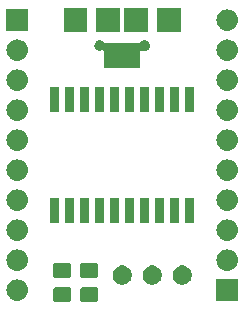
<source format=gbr>
G04 #@! TF.GenerationSoftware,KiCad,Pcbnew,5.0.2-bee76a0~70~ubuntu16.04.1*
G04 #@! TF.CreationDate,2019-07-30T14:23:51+02:00*
G04 #@! TF.ProjectId,hw-BOB-ATSAMD11D,68772d42-4f42-42d4-9154-53414d443131,rev?*
G04 #@! TF.SameCoordinates,Original*
G04 #@! TF.FileFunction,Soldermask,Top*
G04 #@! TF.FilePolarity,Negative*
%FSLAX46Y46*%
G04 Gerber Fmt 4.6, Leading zero omitted, Abs format (unit mm)*
G04 Created by KiCad (PCBNEW 5.0.2-bee76a0~70~ubuntu16.04.1) date Tue 30 Jul 2019 02:23:51 PM CEST*
%MOMM*%
%LPD*%
G01*
G04 APERTURE LIST*
%ADD10C,0.100000*%
G04 APERTURE END LIST*
D10*
G36*
X118444677Y-65808465D02*
X118482364Y-65819898D01*
X118517103Y-65838466D01*
X118547548Y-65863452D01*
X118572534Y-65893897D01*
X118591102Y-65928636D01*
X118602535Y-65966323D01*
X118607000Y-66011661D01*
X118607000Y-66848339D01*
X118602535Y-66893677D01*
X118591102Y-66931364D01*
X118572534Y-66966103D01*
X118547548Y-66996548D01*
X118517103Y-67021534D01*
X118482364Y-67040102D01*
X118444677Y-67051535D01*
X118399339Y-67056000D01*
X117312661Y-67056000D01*
X117267323Y-67051535D01*
X117229636Y-67040102D01*
X117194897Y-67021534D01*
X117164452Y-66996548D01*
X117139466Y-66966103D01*
X117120898Y-66931364D01*
X117109465Y-66893677D01*
X117105000Y-66848339D01*
X117105000Y-66011661D01*
X117109465Y-65966323D01*
X117120898Y-65928636D01*
X117139466Y-65893897D01*
X117164452Y-65863452D01*
X117194897Y-65838466D01*
X117229636Y-65819898D01*
X117267323Y-65808465D01*
X117312661Y-65804000D01*
X118399339Y-65804000D01*
X118444677Y-65808465D01*
X118444677Y-65808465D01*
G37*
G36*
X116158677Y-65808465D02*
X116196364Y-65819898D01*
X116231103Y-65838466D01*
X116261548Y-65863452D01*
X116286534Y-65893897D01*
X116305102Y-65928636D01*
X116316535Y-65966323D01*
X116321000Y-66011661D01*
X116321000Y-66848339D01*
X116316535Y-66893677D01*
X116305102Y-66931364D01*
X116286534Y-66966103D01*
X116261548Y-66996548D01*
X116231103Y-67021534D01*
X116196364Y-67040102D01*
X116158677Y-67051535D01*
X116113339Y-67056000D01*
X115026661Y-67056000D01*
X114981323Y-67051535D01*
X114943636Y-67040102D01*
X114908897Y-67021534D01*
X114878452Y-66996548D01*
X114853466Y-66966103D01*
X114834898Y-66931364D01*
X114823465Y-66893677D01*
X114819000Y-66848339D01*
X114819000Y-66011661D01*
X114823465Y-65966323D01*
X114834898Y-65928636D01*
X114853466Y-65893897D01*
X114878452Y-65863452D01*
X114908897Y-65838466D01*
X114943636Y-65819898D01*
X114981323Y-65808465D01*
X115026661Y-65804000D01*
X116113339Y-65804000D01*
X116158677Y-65808465D01*
X116158677Y-65808465D01*
G37*
G36*
X130441000Y-66941000D02*
X128639000Y-66941000D01*
X128639000Y-65139000D01*
X130441000Y-65139000D01*
X130441000Y-66941000D01*
X130441000Y-66941000D01*
G37*
G36*
X111870442Y-65145518D02*
X111936627Y-65152037D01*
X112049853Y-65186384D01*
X112106467Y-65203557D01*
X112245087Y-65277652D01*
X112262991Y-65287222D01*
X112264253Y-65288258D01*
X112400186Y-65399814D01*
X112474584Y-65490470D01*
X112512778Y-65537009D01*
X112512779Y-65537011D01*
X112596443Y-65693533D01*
X112596443Y-65693534D01*
X112647963Y-65863373D01*
X112665359Y-66040000D01*
X112647963Y-66216627D01*
X112613616Y-66329853D01*
X112596443Y-66386467D01*
X112522348Y-66525087D01*
X112512778Y-66542991D01*
X112483448Y-66578729D01*
X112400186Y-66680186D01*
X112298729Y-66763448D01*
X112262991Y-66792778D01*
X112262989Y-66792779D01*
X112106467Y-66876443D01*
X112068424Y-66887983D01*
X111936627Y-66927963D01*
X111870442Y-66934482D01*
X111804260Y-66941000D01*
X111715740Y-66941000D01*
X111649558Y-66934482D01*
X111583373Y-66927963D01*
X111451576Y-66887983D01*
X111413533Y-66876443D01*
X111257011Y-66792779D01*
X111257009Y-66792778D01*
X111221271Y-66763448D01*
X111119814Y-66680186D01*
X111036552Y-66578729D01*
X111007222Y-66542991D01*
X110997652Y-66525087D01*
X110923557Y-66386467D01*
X110906384Y-66329853D01*
X110872037Y-66216627D01*
X110854641Y-66040000D01*
X110872037Y-65863373D01*
X110923557Y-65693534D01*
X110923557Y-65693533D01*
X111007221Y-65537011D01*
X111007222Y-65537009D01*
X111045416Y-65490470D01*
X111119814Y-65399814D01*
X111255747Y-65288258D01*
X111257009Y-65287222D01*
X111274913Y-65277652D01*
X111413533Y-65203557D01*
X111470147Y-65186384D01*
X111583373Y-65152037D01*
X111649558Y-65145518D01*
X111715740Y-65139000D01*
X111804260Y-65139000D01*
X111870442Y-65145518D01*
X111870442Y-65145518D01*
G37*
G36*
X125967142Y-63988242D02*
X126115102Y-64049530D01*
X126182130Y-64094317D01*
X126248257Y-64138501D01*
X126361499Y-64251743D01*
X126362191Y-64252779D01*
X126450470Y-64384898D01*
X126511758Y-64532858D01*
X126543000Y-64689925D01*
X126543000Y-64850075D01*
X126511758Y-65007142D01*
X126464354Y-65121583D01*
X126450471Y-65155100D01*
X126362191Y-65287222D01*
X126361498Y-65288258D01*
X126248258Y-65401498D01*
X126115102Y-65490470D01*
X125967142Y-65551758D01*
X125810075Y-65583000D01*
X125649925Y-65583000D01*
X125492858Y-65551758D01*
X125344898Y-65490470D01*
X125211742Y-65401498D01*
X125098502Y-65288258D01*
X125097810Y-65287222D01*
X125009529Y-65155100D01*
X124995646Y-65121583D01*
X124948242Y-65007142D01*
X124917000Y-64850075D01*
X124917000Y-64689925D01*
X124948242Y-64532858D01*
X125009530Y-64384898D01*
X125097809Y-64252779D01*
X125098501Y-64251743D01*
X125211743Y-64138501D01*
X125277870Y-64094317D01*
X125344898Y-64049530D01*
X125492858Y-63988242D01*
X125649925Y-63957000D01*
X125810075Y-63957000D01*
X125967142Y-63988242D01*
X125967142Y-63988242D01*
G37*
G36*
X123427142Y-63988242D02*
X123575102Y-64049530D01*
X123642130Y-64094317D01*
X123708257Y-64138501D01*
X123821499Y-64251743D01*
X123822191Y-64252779D01*
X123910470Y-64384898D01*
X123971758Y-64532858D01*
X124003000Y-64689925D01*
X124003000Y-64850075D01*
X123971758Y-65007142D01*
X123924354Y-65121583D01*
X123910471Y-65155100D01*
X123822191Y-65287222D01*
X123821498Y-65288258D01*
X123708258Y-65401498D01*
X123575102Y-65490470D01*
X123427142Y-65551758D01*
X123270075Y-65583000D01*
X123109925Y-65583000D01*
X122952858Y-65551758D01*
X122804898Y-65490470D01*
X122671742Y-65401498D01*
X122558502Y-65288258D01*
X122557810Y-65287222D01*
X122469529Y-65155100D01*
X122455646Y-65121583D01*
X122408242Y-65007142D01*
X122377000Y-64850075D01*
X122377000Y-64689925D01*
X122408242Y-64532858D01*
X122469530Y-64384898D01*
X122557809Y-64252779D01*
X122558501Y-64251743D01*
X122671743Y-64138501D01*
X122737870Y-64094317D01*
X122804898Y-64049530D01*
X122952858Y-63988242D01*
X123109925Y-63957000D01*
X123270075Y-63957000D01*
X123427142Y-63988242D01*
X123427142Y-63988242D01*
G37*
G36*
X120887142Y-63988242D02*
X121035102Y-64049530D01*
X121102130Y-64094317D01*
X121168257Y-64138501D01*
X121281499Y-64251743D01*
X121282191Y-64252779D01*
X121370470Y-64384898D01*
X121431758Y-64532858D01*
X121463000Y-64689925D01*
X121463000Y-64850075D01*
X121431758Y-65007142D01*
X121384354Y-65121583D01*
X121370471Y-65155100D01*
X121282191Y-65287222D01*
X121281498Y-65288258D01*
X121168258Y-65401498D01*
X121035102Y-65490470D01*
X120887142Y-65551758D01*
X120730075Y-65583000D01*
X120569925Y-65583000D01*
X120412858Y-65551758D01*
X120264898Y-65490470D01*
X120131742Y-65401498D01*
X120018502Y-65288258D01*
X120017810Y-65287222D01*
X119929529Y-65155100D01*
X119915646Y-65121583D01*
X119868242Y-65007142D01*
X119837000Y-64850075D01*
X119837000Y-64689925D01*
X119868242Y-64532858D01*
X119929530Y-64384898D01*
X120017809Y-64252779D01*
X120018501Y-64251743D01*
X120131743Y-64138501D01*
X120197870Y-64094317D01*
X120264898Y-64049530D01*
X120412858Y-63988242D01*
X120569925Y-63957000D01*
X120730075Y-63957000D01*
X120887142Y-63988242D01*
X120887142Y-63988242D01*
G37*
G36*
X116158677Y-63758465D02*
X116196364Y-63769898D01*
X116231103Y-63788466D01*
X116261548Y-63813452D01*
X116286534Y-63843897D01*
X116305102Y-63878636D01*
X116316535Y-63916323D01*
X116321000Y-63961661D01*
X116321000Y-64798339D01*
X116316535Y-64843677D01*
X116305102Y-64881364D01*
X116286534Y-64916103D01*
X116261548Y-64946548D01*
X116231103Y-64971534D01*
X116196364Y-64990102D01*
X116158677Y-65001535D01*
X116113339Y-65006000D01*
X115026661Y-65006000D01*
X114981323Y-65001535D01*
X114943636Y-64990102D01*
X114908897Y-64971534D01*
X114878452Y-64946548D01*
X114853466Y-64916103D01*
X114834898Y-64881364D01*
X114823465Y-64843677D01*
X114819000Y-64798339D01*
X114819000Y-63961661D01*
X114823465Y-63916323D01*
X114834898Y-63878636D01*
X114853466Y-63843897D01*
X114878452Y-63813452D01*
X114908897Y-63788466D01*
X114943636Y-63769898D01*
X114981323Y-63758465D01*
X115026661Y-63754000D01*
X116113339Y-63754000D01*
X116158677Y-63758465D01*
X116158677Y-63758465D01*
G37*
G36*
X118444677Y-63758465D02*
X118482364Y-63769898D01*
X118517103Y-63788466D01*
X118547548Y-63813452D01*
X118572534Y-63843897D01*
X118591102Y-63878636D01*
X118602535Y-63916323D01*
X118607000Y-63961661D01*
X118607000Y-64798339D01*
X118602535Y-64843677D01*
X118591102Y-64881364D01*
X118572534Y-64916103D01*
X118547548Y-64946548D01*
X118517103Y-64971534D01*
X118482364Y-64990102D01*
X118444677Y-65001535D01*
X118399339Y-65006000D01*
X117312661Y-65006000D01*
X117267323Y-65001535D01*
X117229636Y-64990102D01*
X117194897Y-64971534D01*
X117164452Y-64946548D01*
X117139466Y-64916103D01*
X117120898Y-64881364D01*
X117109465Y-64843677D01*
X117105000Y-64798339D01*
X117105000Y-63961661D01*
X117109465Y-63916323D01*
X117120898Y-63878636D01*
X117139466Y-63843897D01*
X117164452Y-63813452D01*
X117194897Y-63788466D01*
X117229636Y-63769898D01*
X117267323Y-63758465D01*
X117312661Y-63754000D01*
X118399339Y-63754000D01*
X118444677Y-63758465D01*
X118444677Y-63758465D01*
G37*
G36*
X129650442Y-62605518D02*
X129716627Y-62612037D01*
X129829853Y-62646384D01*
X129886467Y-62663557D01*
X130025087Y-62737652D01*
X130042991Y-62747222D01*
X130078729Y-62776552D01*
X130180186Y-62859814D01*
X130263448Y-62961271D01*
X130292778Y-62997009D01*
X130292779Y-62997011D01*
X130376443Y-63153533D01*
X130376443Y-63153534D01*
X130427963Y-63323373D01*
X130445359Y-63500000D01*
X130427963Y-63676627D01*
X130398207Y-63774718D01*
X130376443Y-63846467D01*
X130336060Y-63922017D01*
X130292778Y-64002991D01*
X130273753Y-64026173D01*
X130180186Y-64140186D01*
X130078729Y-64223448D01*
X130042991Y-64252778D01*
X130042989Y-64252779D01*
X129886467Y-64336443D01*
X129829853Y-64353616D01*
X129716627Y-64387963D01*
X129650442Y-64394482D01*
X129584260Y-64401000D01*
X129495740Y-64401000D01*
X129429558Y-64394482D01*
X129363373Y-64387963D01*
X129250147Y-64353616D01*
X129193533Y-64336443D01*
X129037011Y-64252779D01*
X129037009Y-64252778D01*
X129001271Y-64223448D01*
X128899814Y-64140186D01*
X128806247Y-64026173D01*
X128787222Y-64002991D01*
X128743940Y-63922017D01*
X128703557Y-63846467D01*
X128681793Y-63774718D01*
X128652037Y-63676627D01*
X128634641Y-63500000D01*
X128652037Y-63323373D01*
X128703557Y-63153534D01*
X128703557Y-63153533D01*
X128787221Y-62997011D01*
X128787222Y-62997009D01*
X128816552Y-62961271D01*
X128899814Y-62859814D01*
X129001271Y-62776552D01*
X129037009Y-62747222D01*
X129054913Y-62737652D01*
X129193533Y-62663557D01*
X129250147Y-62646384D01*
X129363373Y-62612037D01*
X129429558Y-62605518D01*
X129495740Y-62599000D01*
X129584260Y-62599000D01*
X129650442Y-62605518D01*
X129650442Y-62605518D01*
G37*
G36*
X111870442Y-62605518D02*
X111936627Y-62612037D01*
X112049853Y-62646384D01*
X112106467Y-62663557D01*
X112245087Y-62737652D01*
X112262991Y-62747222D01*
X112298729Y-62776552D01*
X112400186Y-62859814D01*
X112483448Y-62961271D01*
X112512778Y-62997009D01*
X112512779Y-62997011D01*
X112596443Y-63153533D01*
X112596443Y-63153534D01*
X112647963Y-63323373D01*
X112665359Y-63500000D01*
X112647963Y-63676627D01*
X112618207Y-63774718D01*
X112596443Y-63846467D01*
X112556060Y-63922017D01*
X112512778Y-64002991D01*
X112493753Y-64026173D01*
X112400186Y-64140186D01*
X112298729Y-64223448D01*
X112262991Y-64252778D01*
X112262989Y-64252779D01*
X112106467Y-64336443D01*
X112049853Y-64353616D01*
X111936627Y-64387963D01*
X111870442Y-64394482D01*
X111804260Y-64401000D01*
X111715740Y-64401000D01*
X111649558Y-64394482D01*
X111583373Y-64387963D01*
X111470147Y-64353616D01*
X111413533Y-64336443D01*
X111257011Y-64252779D01*
X111257009Y-64252778D01*
X111221271Y-64223448D01*
X111119814Y-64140186D01*
X111026247Y-64026173D01*
X111007222Y-64002991D01*
X110963940Y-63922017D01*
X110923557Y-63846467D01*
X110901793Y-63774718D01*
X110872037Y-63676627D01*
X110854641Y-63500000D01*
X110872037Y-63323373D01*
X110923557Y-63153534D01*
X110923557Y-63153533D01*
X111007221Y-62997011D01*
X111007222Y-62997009D01*
X111036552Y-62961271D01*
X111119814Y-62859814D01*
X111221271Y-62776552D01*
X111257009Y-62747222D01*
X111274913Y-62737652D01*
X111413533Y-62663557D01*
X111470147Y-62646384D01*
X111583373Y-62612037D01*
X111649558Y-62605518D01*
X111715740Y-62599000D01*
X111804260Y-62599000D01*
X111870442Y-62605518D01*
X111870442Y-62605518D01*
G37*
G36*
X111870442Y-60065518D02*
X111936627Y-60072037D01*
X112049853Y-60106384D01*
X112106467Y-60123557D01*
X112245087Y-60197652D01*
X112262991Y-60207222D01*
X112298729Y-60236552D01*
X112400186Y-60319814D01*
X112483448Y-60421271D01*
X112512778Y-60457009D01*
X112512779Y-60457011D01*
X112596443Y-60613533D01*
X112596443Y-60613534D01*
X112647963Y-60783373D01*
X112665359Y-60960000D01*
X112647963Y-61136627D01*
X112613616Y-61249853D01*
X112596443Y-61306467D01*
X112522348Y-61445087D01*
X112512778Y-61462991D01*
X112483448Y-61498729D01*
X112400186Y-61600186D01*
X112298729Y-61683448D01*
X112262991Y-61712778D01*
X112262989Y-61712779D01*
X112106467Y-61796443D01*
X112049853Y-61813616D01*
X111936627Y-61847963D01*
X111870443Y-61854481D01*
X111804260Y-61861000D01*
X111715740Y-61861000D01*
X111649557Y-61854481D01*
X111583373Y-61847963D01*
X111470147Y-61813616D01*
X111413533Y-61796443D01*
X111257011Y-61712779D01*
X111257009Y-61712778D01*
X111221271Y-61683448D01*
X111119814Y-61600186D01*
X111036552Y-61498729D01*
X111007222Y-61462991D01*
X110997652Y-61445087D01*
X110923557Y-61306467D01*
X110906384Y-61249853D01*
X110872037Y-61136627D01*
X110854641Y-60960000D01*
X110872037Y-60783373D01*
X110923557Y-60613534D01*
X110923557Y-60613533D01*
X111007221Y-60457011D01*
X111007222Y-60457009D01*
X111036552Y-60421271D01*
X111119814Y-60319814D01*
X111221271Y-60236552D01*
X111257009Y-60207222D01*
X111274913Y-60197652D01*
X111413533Y-60123557D01*
X111470147Y-60106384D01*
X111583373Y-60072037D01*
X111649558Y-60065518D01*
X111715740Y-60059000D01*
X111804260Y-60059000D01*
X111870442Y-60065518D01*
X111870442Y-60065518D01*
G37*
G36*
X129650442Y-60065518D02*
X129716627Y-60072037D01*
X129829853Y-60106384D01*
X129886467Y-60123557D01*
X130025087Y-60197652D01*
X130042991Y-60207222D01*
X130078729Y-60236552D01*
X130180186Y-60319814D01*
X130263448Y-60421271D01*
X130292778Y-60457009D01*
X130292779Y-60457011D01*
X130376443Y-60613533D01*
X130376443Y-60613534D01*
X130427963Y-60783373D01*
X130445359Y-60960000D01*
X130427963Y-61136627D01*
X130393616Y-61249853D01*
X130376443Y-61306467D01*
X130302348Y-61445087D01*
X130292778Y-61462991D01*
X130263448Y-61498729D01*
X130180186Y-61600186D01*
X130078729Y-61683448D01*
X130042991Y-61712778D01*
X130042989Y-61712779D01*
X129886467Y-61796443D01*
X129829853Y-61813616D01*
X129716627Y-61847963D01*
X129650443Y-61854481D01*
X129584260Y-61861000D01*
X129495740Y-61861000D01*
X129429557Y-61854481D01*
X129363373Y-61847963D01*
X129250147Y-61813616D01*
X129193533Y-61796443D01*
X129037011Y-61712779D01*
X129037009Y-61712778D01*
X129001271Y-61683448D01*
X128899814Y-61600186D01*
X128816552Y-61498729D01*
X128787222Y-61462991D01*
X128777652Y-61445087D01*
X128703557Y-61306467D01*
X128686384Y-61249853D01*
X128652037Y-61136627D01*
X128634641Y-60960000D01*
X128652037Y-60783373D01*
X128703557Y-60613534D01*
X128703557Y-60613533D01*
X128787221Y-60457011D01*
X128787222Y-60457009D01*
X128816552Y-60421271D01*
X128899814Y-60319814D01*
X129001271Y-60236552D01*
X129037009Y-60207222D01*
X129054913Y-60197652D01*
X129193533Y-60123557D01*
X129250147Y-60106384D01*
X129363373Y-60072037D01*
X129429558Y-60065518D01*
X129495740Y-60059000D01*
X129584260Y-60059000D01*
X129650442Y-60065518D01*
X129650442Y-60065518D01*
G37*
G36*
X122906000Y-60336000D02*
X122204000Y-60336000D01*
X122204000Y-58284000D01*
X122906000Y-58284000D01*
X122906000Y-60336000D01*
X122906000Y-60336000D01*
G37*
G36*
X126716000Y-60336000D02*
X126014000Y-60336000D01*
X126014000Y-58284000D01*
X126716000Y-58284000D01*
X126716000Y-60336000D01*
X126716000Y-60336000D01*
G37*
G36*
X115286000Y-60336000D02*
X114584000Y-60336000D01*
X114584000Y-58284000D01*
X115286000Y-58284000D01*
X115286000Y-60336000D01*
X115286000Y-60336000D01*
G37*
G36*
X116556000Y-60336000D02*
X115854000Y-60336000D01*
X115854000Y-58284000D01*
X116556000Y-58284000D01*
X116556000Y-60336000D01*
X116556000Y-60336000D01*
G37*
G36*
X117826000Y-60336000D02*
X117124000Y-60336000D01*
X117124000Y-58284000D01*
X117826000Y-58284000D01*
X117826000Y-60336000D01*
X117826000Y-60336000D01*
G37*
G36*
X119096000Y-60336000D02*
X118394000Y-60336000D01*
X118394000Y-58284000D01*
X119096000Y-58284000D01*
X119096000Y-60336000D01*
X119096000Y-60336000D01*
G37*
G36*
X120366000Y-60336000D02*
X119664000Y-60336000D01*
X119664000Y-58284000D01*
X120366000Y-58284000D01*
X120366000Y-60336000D01*
X120366000Y-60336000D01*
G37*
G36*
X121636000Y-60336000D02*
X120934000Y-60336000D01*
X120934000Y-58284000D01*
X121636000Y-58284000D01*
X121636000Y-60336000D01*
X121636000Y-60336000D01*
G37*
G36*
X124176000Y-60336000D02*
X123474000Y-60336000D01*
X123474000Y-58284000D01*
X124176000Y-58284000D01*
X124176000Y-60336000D01*
X124176000Y-60336000D01*
G37*
G36*
X125446000Y-60336000D02*
X124744000Y-60336000D01*
X124744000Y-58284000D01*
X125446000Y-58284000D01*
X125446000Y-60336000D01*
X125446000Y-60336000D01*
G37*
G36*
X111870443Y-57525519D02*
X111936627Y-57532037D01*
X112049853Y-57566384D01*
X112106467Y-57583557D01*
X112245087Y-57657652D01*
X112262991Y-57667222D01*
X112298729Y-57696552D01*
X112400186Y-57779814D01*
X112483448Y-57881271D01*
X112512778Y-57917009D01*
X112512779Y-57917011D01*
X112596443Y-58073533D01*
X112596443Y-58073534D01*
X112647963Y-58243373D01*
X112665359Y-58420000D01*
X112647963Y-58596627D01*
X112613616Y-58709853D01*
X112596443Y-58766467D01*
X112522348Y-58905087D01*
X112512778Y-58922991D01*
X112483448Y-58958729D01*
X112400186Y-59060186D01*
X112298729Y-59143448D01*
X112262991Y-59172778D01*
X112262989Y-59172779D01*
X112106467Y-59256443D01*
X112049853Y-59273616D01*
X111936627Y-59307963D01*
X111870442Y-59314482D01*
X111804260Y-59321000D01*
X111715740Y-59321000D01*
X111649558Y-59314482D01*
X111583373Y-59307963D01*
X111470147Y-59273616D01*
X111413533Y-59256443D01*
X111257011Y-59172779D01*
X111257009Y-59172778D01*
X111221271Y-59143448D01*
X111119814Y-59060186D01*
X111036552Y-58958729D01*
X111007222Y-58922991D01*
X110997652Y-58905087D01*
X110923557Y-58766467D01*
X110906384Y-58709853D01*
X110872037Y-58596627D01*
X110854641Y-58420000D01*
X110872037Y-58243373D01*
X110923557Y-58073534D01*
X110923557Y-58073533D01*
X111007221Y-57917011D01*
X111007222Y-57917009D01*
X111036552Y-57881271D01*
X111119814Y-57779814D01*
X111221271Y-57696552D01*
X111257009Y-57667222D01*
X111274913Y-57657652D01*
X111413533Y-57583557D01*
X111470147Y-57566384D01*
X111583373Y-57532037D01*
X111649557Y-57525519D01*
X111715740Y-57519000D01*
X111804260Y-57519000D01*
X111870443Y-57525519D01*
X111870443Y-57525519D01*
G37*
G36*
X129650443Y-57525519D02*
X129716627Y-57532037D01*
X129829853Y-57566384D01*
X129886467Y-57583557D01*
X130025087Y-57657652D01*
X130042991Y-57667222D01*
X130078729Y-57696552D01*
X130180186Y-57779814D01*
X130263448Y-57881271D01*
X130292778Y-57917009D01*
X130292779Y-57917011D01*
X130376443Y-58073533D01*
X130376443Y-58073534D01*
X130427963Y-58243373D01*
X130445359Y-58420000D01*
X130427963Y-58596627D01*
X130393616Y-58709853D01*
X130376443Y-58766467D01*
X130302348Y-58905087D01*
X130292778Y-58922991D01*
X130263448Y-58958729D01*
X130180186Y-59060186D01*
X130078729Y-59143448D01*
X130042991Y-59172778D01*
X130042989Y-59172779D01*
X129886467Y-59256443D01*
X129829853Y-59273616D01*
X129716627Y-59307963D01*
X129650442Y-59314482D01*
X129584260Y-59321000D01*
X129495740Y-59321000D01*
X129429558Y-59314482D01*
X129363373Y-59307963D01*
X129250147Y-59273616D01*
X129193533Y-59256443D01*
X129037011Y-59172779D01*
X129037009Y-59172778D01*
X129001271Y-59143448D01*
X128899814Y-59060186D01*
X128816552Y-58958729D01*
X128787222Y-58922991D01*
X128777652Y-58905087D01*
X128703557Y-58766467D01*
X128686384Y-58709853D01*
X128652037Y-58596627D01*
X128634641Y-58420000D01*
X128652037Y-58243373D01*
X128703557Y-58073534D01*
X128703557Y-58073533D01*
X128787221Y-57917011D01*
X128787222Y-57917009D01*
X128816552Y-57881271D01*
X128899814Y-57779814D01*
X129001271Y-57696552D01*
X129037009Y-57667222D01*
X129054913Y-57657652D01*
X129193533Y-57583557D01*
X129250147Y-57566384D01*
X129363373Y-57532037D01*
X129429557Y-57525519D01*
X129495740Y-57519000D01*
X129584260Y-57519000D01*
X129650443Y-57525519D01*
X129650443Y-57525519D01*
G37*
G36*
X129650443Y-54985519D02*
X129716627Y-54992037D01*
X129829853Y-55026384D01*
X129886467Y-55043557D01*
X130025087Y-55117652D01*
X130042991Y-55127222D01*
X130078729Y-55156552D01*
X130180186Y-55239814D01*
X130263448Y-55341271D01*
X130292778Y-55377009D01*
X130292779Y-55377011D01*
X130376443Y-55533533D01*
X130376443Y-55533534D01*
X130427963Y-55703373D01*
X130445359Y-55880000D01*
X130427963Y-56056627D01*
X130393616Y-56169853D01*
X130376443Y-56226467D01*
X130302348Y-56365087D01*
X130292778Y-56382991D01*
X130263448Y-56418729D01*
X130180186Y-56520186D01*
X130078729Y-56603448D01*
X130042991Y-56632778D01*
X130042989Y-56632779D01*
X129886467Y-56716443D01*
X129829853Y-56733616D01*
X129716627Y-56767963D01*
X129650443Y-56774481D01*
X129584260Y-56781000D01*
X129495740Y-56781000D01*
X129429557Y-56774481D01*
X129363373Y-56767963D01*
X129250147Y-56733616D01*
X129193533Y-56716443D01*
X129037011Y-56632779D01*
X129037009Y-56632778D01*
X129001271Y-56603448D01*
X128899814Y-56520186D01*
X128816552Y-56418729D01*
X128787222Y-56382991D01*
X128777652Y-56365087D01*
X128703557Y-56226467D01*
X128686384Y-56169853D01*
X128652037Y-56056627D01*
X128634641Y-55880000D01*
X128652037Y-55703373D01*
X128703557Y-55533534D01*
X128703557Y-55533533D01*
X128787221Y-55377011D01*
X128787222Y-55377009D01*
X128816552Y-55341271D01*
X128899814Y-55239814D01*
X129001271Y-55156552D01*
X129037009Y-55127222D01*
X129054913Y-55117652D01*
X129193533Y-55043557D01*
X129250147Y-55026384D01*
X129363373Y-54992037D01*
X129429557Y-54985519D01*
X129495740Y-54979000D01*
X129584260Y-54979000D01*
X129650443Y-54985519D01*
X129650443Y-54985519D01*
G37*
G36*
X111870443Y-54985519D02*
X111936627Y-54992037D01*
X112049853Y-55026384D01*
X112106467Y-55043557D01*
X112245087Y-55117652D01*
X112262991Y-55127222D01*
X112298729Y-55156552D01*
X112400186Y-55239814D01*
X112483448Y-55341271D01*
X112512778Y-55377009D01*
X112512779Y-55377011D01*
X112596443Y-55533533D01*
X112596443Y-55533534D01*
X112647963Y-55703373D01*
X112665359Y-55880000D01*
X112647963Y-56056627D01*
X112613616Y-56169853D01*
X112596443Y-56226467D01*
X112522348Y-56365087D01*
X112512778Y-56382991D01*
X112483448Y-56418729D01*
X112400186Y-56520186D01*
X112298729Y-56603448D01*
X112262991Y-56632778D01*
X112262989Y-56632779D01*
X112106467Y-56716443D01*
X112049853Y-56733616D01*
X111936627Y-56767963D01*
X111870443Y-56774481D01*
X111804260Y-56781000D01*
X111715740Y-56781000D01*
X111649557Y-56774481D01*
X111583373Y-56767963D01*
X111470147Y-56733616D01*
X111413533Y-56716443D01*
X111257011Y-56632779D01*
X111257009Y-56632778D01*
X111221271Y-56603448D01*
X111119814Y-56520186D01*
X111036552Y-56418729D01*
X111007222Y-56382991D01*
X110997652Y-56365087D01*
X110923557Y-56226467D01*
X110906384Y-56169853D01*
X110872037Y-56056627D01*
X110854641Y-55880000D01*
X110872037Y-55703373D01*
X110923557Y-55533534D01*
X110923557Y-55533533D01*
X111007221Y-55377011D01*
X111007222Y-55377009D01*
X111036552Y-55341271D01*
X111119814Y-55239814D01*
X111221271Y-55156552D01*
X111257009Y-55127222D01*
X111274913Y-55117652D01*
X111413533Y-55043557D01*
X111470147Y-55026384D01*
X111583373Y-54992037D01*
X111649557Y-54985519D01*
X111715740Y-54979000D01*
X111804260Y-54979000D01*
X111870443Y-54985519D01*
X111870443Y-54985519D01*
G37*
G36*
X129650443Y-52445519D02*
X129716627Y-52452037D01*
X129829853Y-52486384D01*
X129886467Y-52503557D01*
X130025087Y-52577652D01*
X130042991Y-52587222D01*
X130078729Y-52616552D01*
X130180186Y-52699814D01*
X130263448Y-52801271D01*
X130292778Y-52837009D01*
X130292779Y-52837011D01*
X130376443Y-52993533D01*
X130376443Y-52993534D01*
X130427963Y-53163373D01*
X130445359Y-53340000D01*
X130427963Y-53516627D01*
X130393616Y-53629853D01*
X130376443Y-53686467D01*
X130302348Y-53825087D01*
X130292778Y-53842991D01*
X130263448Y-53878729D01*
X130180186Y-53980186D01*
X130078729Y-54063448D01*
X130042991Y-54092778D01*
X130042989Y-54092779D01*
X129886467Y-54176443D01*
X129829853Y-54193616D01*
X129716627Y-54227963D01*
X129650442Y-54234482D01*
X129584260Y-54241000D01*
X129495740Y-54241000D01*
X129429558Y-54234482D01*
X129363373Y-54227963D01*
X129250147Y-54193616D01*
X129193533Y-54176443D01*
X129037011Y-54092779D01*
X129037009Y-54092778D01*
X129001271Y-54063448D01*
X128899814Y-53980186D01*
X128816552Y-53878729D01*
X128787222Y-53842991D01*
X128777652Y-53825087D01*
X128703557Y-53686467D01*
X128686384Y-53629853D01*
X128652037Y-53516627D01*
X128634641Y-53340000D01*
X128652037Y-53163373D01*
X128703557Y-52993534D01*
X128703557Y-52993533D01*
X128787221Y-52837011D01*
X128787222Y-52837009D01*
X128816552Y-52801271D01*
X128899814Y-52699814D01*
X129001271Y-52616552D01*
X129037009Y-52587222D01*
X129054913Y-52577652D01*
X129193533Y-52503557D01*
X129250147Y-52486384D01*
X129363373Y-52452037D01*
X129429558Y-52445518D01*
X129495740Y-52439000D01*
X129584260Y-52439000D01*
X129650443Y-52445519D01*
X129650443Y-52445519D01*
G37*
G36*
X111870443Y-52445519D02*
X111936627Y-52452037D01*
X112049853Y-52486384D01*
X112106467Y-52503557D01*
X112245087Y-52577652D01*
X112262991Y-52587222D01*
X112298729Y-52616552D01*
X112400186Y-52699814D01*
X112483448Y-52801271D01*
X112512778Y-52837009D01*
X112512779Y-52837011D01*
X112596443Y-52993533D01*
X112596443Y-52993534D01*
X112647963Y-53163373D01*
X112665359Y-53340000D01*
X112647963Y-53516627D01*
X112613616Y-53629853D01*
X112596443Y-53686467D01*
X112522348Y-53825087D01*
X112512778Y-53842991D01*
X112483448Y-53878729D01*
X112400186Y-53980186D01*
X112298729Y-54063448D01*
X112262991Y-54092778D01*
X112262989Y-54092779D01*
X112106467Y-54176443D01*
X112049853Y-54193616D01*
X111936627Y-54227963D01*
X111870442Y-54234482D01*
X111804260Y-54241000D01*
X111715740Y-54241000D01*
X111649558Y-54234482D01*
X111583373Y-54227963D01*
X111470147Y-54193616D01*
X111413533Y-54176443D01*
X111257011Y-54092779D01*
X111257009Y-54092778D01*
X111221271Y-54063448D01*
X111119814Y-53980186D01*
X111036552Y-53878729D01*
X111007222Y-53842991D01*
X110997652Y-53825087D01*
X110923557Y-53686467D01*
X110906384Y-53629853D01*
X110872037Y-53516627D01*
X110854641Y-53340000D01*
X110872037Y-53163373D01*
X110923557Y-52993534D01*
X110923557Y-52993533D01*
X111007221Y-52837011D01*
X111007222Y-52837009D01*
X111036552Y-52801271D01*
X111119814Y-52699814D01*
X111221271Y-52616552D01*
X111257009Y-52587222D01*
X111274913Y-52577652D01*
X111413533Y-52503557D01*
X111470147Y-52486384D01*
X111583373Y-52452037D01*
X111649558Y-52445518D01*
X111715740Y-52439000D01*
X111804260Y-52439000D01*
X111870443Y-52445519D01*
X111870443Y-52445519D01*
G37*
G36*
X111870442Y-49905518D02*
X111936627Y-49912037D01*
X112049853Y-49946384D01*
X112106467Y-49963557D01*
X112245087Y-50037652D01*
X112262991Y-50047222D01*
X112298729Y-50076552D01*
X112400186Y-50159814D01*
X112483448Y-50261271D01*
X112512778Y-50297009D01*
X112512779Y-50297011D01*
X112596443Y-50453533D01*
X112596443Y-50453534D01*
X112647963Y-50623373D01*
X112665359Y-50800000D01*
X112647963Y-50976627D01*
X112613616Y-51089853D01*
X112596443Y-51146467D01*
X112522348Y-51285087D01*
X112512778Y-51302991D01*
X112483448Y-51338729D01*
X112400186Y-51440186D01*
X112298729Y-51523448D01*
X112262991Y-51552778D01*
X112262989Y-51552779D01*
X112106467Y-51636443D01*
X112049853Y-51653616D01*
X111936627Y-51687963D01*
X111870442Y-51694482D01*
X111804260Y-51701000D01*
X111715740Y-51701000D01*
X111649558Y-51694482D01*
X111583373Y-51687963D01*
X111470147Y-51653616D01*
X111413533Y-51636443D01*
X111257011Y-51552779D01*
X111257009Y-51552778D01*
X111221271Y-51523448D01*
X111119814Y-51440186D01*
X111036552Y-51338729D01*
X111007222Y-51302991D01*
X110997652Y-51285087D01*
X110923557Y-51146467D01*
X110906384Y-51089853D01*
X110872037Y-50976627D01*
X110854641Y-50800000D01*
X110872037Y-50623373D01*
X110923557Y-50453534D01*
X110923557Y-50453533D01*
X111007221Y-50297011D01*
X111007222Y-50297009D01*
X111036552Y-50261271D01*
X111119814Y-50159814D01*
X111221271Y-50076552D01*
X111257009Y-50047222D01*
X111274913Y-50037652D01*
X111413533Y-49963557D01*
X111470147Y-49946384D01*
X111583373Y-49912037D01*
X111649557Y-49905519D01*
X111715740Y-49899000D01*
X111804260Y-49899000D01*
X111870442Y-49905518D01*
X111870442Y-49905518D01*
G37*
G36*
X129650442Y-49905518D02*
X129716627Y-49912037D01*
X129829853Y-49946384D01*
X129886467Y-49963557D01*
X130025087Y-50037652D01*
X130042991Y-50047222D01*
X130078729Y-50076552D01*
X130180186Y-50159814D01*
X130263448Y-50261271D01*
X130292778Y-50297009D01*
X130292779Y-50297011D01*
X130376443Y-50453533D01*
X130376443Y-50453534D01*
X130427963Y-50623373D01*
X130445359Y-50800000D01*
X130427963Y-50976627D01*
X130393616Y-51089853D01*
X130376443Y-51146467D01*
X130302348Y-51285087D01*
X130292778Y-51302991D01*
X130263448Y-51338729D01*
X130180186Y-51440186D01*
X130078729Y-51523448D01*
X130042991Y-51552778D01*
X130042989Y-51552779D01*
X129886467Y-51636443D01*
X129829853Y-51653616D01*
X129716627Y-51687963D01*
X129650442Y-51694482D01*
X129584260Y-51701000D01*
X129495740Y-51701000D01*
X129429558Y-51694482D01*
X129363373Y-51687963D01*
X129250147Y-51653616D01*
X129193533Y-51636443D01*
X129037011Y-51552779D01*
X129037009Y-51552778D01*
X129001271Y-51523448D01*
X128899814Y-51440186D01*
X128816552Y-51338729D01*
X128787222Y-51302991D01*
X128777652Y-51285087D01*
X128703557Y-51146467D01*
X128686384Y-51089853D01*
X128652037Y-50976627D01*
X128634641Y-50800000D01*
X128652037Y-50623373D01*
X128703557Y-50453534D01*
X128703557Y-50453533D01*
X128787221Y-50297011D01*
X128787222Y-50297009D01*
X128816552Y-50261271D01*
X128899814Y-50159814D01*
X129001271Y-50076552D01*
X129037009Y-50047222D01*
X129054913Y-50037652D01*
X129193533Y-49963557D01*
X129250147Y-49946384D01*
X129363373Y-49912037D01*
X129429557Y-49905519D01*
X129495740Y-49899000D01*
X129584260Y-49899000D01*
X129650442Y-49905518D01*
X129650442Y-49905518D01*
G37*
G36*
X121636000Y-50936000D02*
X120934000Y-50936000D01*
X120934000Y-48884000D01*
X121636000Y-48884000D01*
X121636000Y-50936000D01*
X121636000Y-50936000D01*
G37*
G36*
X120366000Y-50936000D02*
X119664000Y-50936000D01*
X119664000Y-48884000D01*
X120366000Y-48884000D01*
X120366000Y-50936000D01*
X120366000Y-50936000D01*
G37*
G36*
X119096000Y-50936000D02*
X118394000Y-50936000D01*
X118394000Y-48884000D01*
X119096000Y-48884000D01*
X119096000Y-50936000D01*
X119096000Y-50936000D01*
G37*
G36*
X117826000Y-50936000D02*
X117124000Y-50936000D01*
X117124000Y-48884000D01*
X117826000Y-48884000D01*
X117826000Y-50936000D01*
X117826000Y-50936000D01*
G37*
G36*
X116556000Y-50936000D02*
X115854000Y-50936000D01*
X115854000Y-48884000D01*
X116556000Y-48884000D01*
X116556000Y-50936000D01*
X116556000Y-50936000D01*
G37*
G36*
X115286000Y-50936000D02*
X114584000Y-50936000D01*
X114584000Y-48884000D01*
X115286000Y-48884000D01*
X115286000Y-50936000D01*
X115286000Y-50936000D01*
G37*
G36*
X122906000Y-50936000D02*
X122204000Y-50936000D01*
X122204000Y-48884000D01*
X122906000Y-48884000D01*
X122906000Y-50936000D01*
X122906000Y-50936000D01*
G37*
G36*
X124176000Y-50936000D02*
X123474000Y-50936000D01*
X123474000Y-48884000D01*
X124176000Y-48884000D01*
X124176000Y-50936000D01*
X124176000Y-50936000D01*
G37*
G36*
X126716000Y-50936000D02*
X126014000Y-50936000D01*
X126014000Y-48884000D01*
X126716000Y-48884000D01*
X126716000Y-50936000D01*
X126716000Y-50936000D01*
G37*
G36*
X125446000Y-50936000D02*
X124744000Y-50936000D01*
X124744000Y-48884000D01*
X125446000Y-48884000D01*
X125446000Y-50936000D01*
X125446000Y-50936000D01*
G37*
G36*
X111870443Y-47365519D02*
X111936627Y-47372037D01*
X112049853Y-47406384D01*
X112106467Y-47423557D01*
X112245087Y-47497652D01*
X112262991Y-47507222D01*
X112298729Y-47536552D01*
X112400186Y-47619814D01*
X112483448Y-47721271D01*
X112512778Y-47757009D01*
X112512779Y-47757011D01*
X112596443Y-47913533D01*
X112596443Y-47913534D01*
X112647963Y-48083373D01*
X112665359Y-48260000D01*
X112647963Y-48436627D01*
X112613616Y-48549853D01*
X112596443Y-48606467D01*
X112522348Y-48745087D01*
X112512778Y-48762991D01*
X112483448Y-48798729D01*
X112400186Y-48900186D01*
X112298729Y-48983448D01*
X112262991Y-49012778D01*
X112262989Y-49012779D01*
X112106467Y-49096443D01*
X112049853Y-49113616D01*
X111936627Y-49147963D01*
X111870443Y-49154481D01*
X111804260Y-49161000D01*
X111715740Y-49161000D01*
X111649557Y-49154481D01*
X111583373Y-49147963D01*
X111470147Y-49113616D01*
X111413533Y-49096443D01*
X111257011Y-49012779D01*
X111257009Y-49012778D01*
X111221271Y-48983448D01*
X111119814Y-48900186D01*
X111036552Y-48798729D01*
X111007222Y-48762991D01*
X110997652Y-48745087D01*
X110923557Y-48606467D01*
X110906384Y-48549853D01*
X110872037Y-48436627D01*
X110854641Y-48260000D01*
X110872037Y-48083373D01*
X110923557Y-47913534D01*
X110923557Y-47913533D01*
X111007221Y-47757011D01*
X111007222Y-47757009D01*
X111036552Y-47721271D01*
X111119814Y-47619814D01*
X111221271Y-47536552D01*
X111257009Y-47507222D01*
X111274913Y-47497652D01*
X111413533Y-47423557D01*
X111470147Y-47406384D01*
X111583373Y-47372037D01*
X111649557Y-47365519D01*
X111715740Y-47359000D01*
X111804260Y-47359000D01*
X111870443Y-47365519D01*
X111870443Y-47365519D01*
G37*
G36*
X129650443Y-47365519D02*
X129716627Y-47372037D01*
X129829853Y-47406384D01*
X129886467Y-47423557D01*
X130025087Y-47497652D01*
X130042991Y-47507222D01*
X130078729Y-47536552D01*
X130180186Y-47619814D01*
X130263448Y-47721271D01*
X130292778Y-47757009D01*
X130292779Y-47757011D01*
X130376443Y-47913533D01*
X130376443Y-47913534D01*
X130427963Y-48083373D01*
X130445359Y-48260000D01*
X130427963Y-48436627D01*
X130393616Y-48549853D01*
X130376443Y-48606467D01*
X130302348Y-48745087D01*
X130292778Y-48762991D01*
X130263448Y-48798729D01*
X130180186Y-48900186D01*
X130078729Y-48983448D01*
X130042991Y-49012778D01*
X130042989Y-49012779D01*
X129886467Y-49096443D01*
X129829853Y-49113616D01*
X129716627Y-49147963D01*
X129650443Y-49154481D01*
X129584260Y-49161000D01*
X129495740Y-49161000D01*
X129429557Y-49154481D01*
X129363373Y-49147963D01*
X129250147Y-49113616D01*
X129193533Y-49096443D01*
X129037011Y-49012779D01*
X129037009Y-49012778D01*
X129001271Y-48983448D01*
X128899814Y-48900186D01*
X128816552Y-48798729D01*
X128787222Y-48762991D01*
X128777652Y-48745087D01*
X128703557Y-48606467D01*
X128686384Y-48549853D01*
X128652037Y-48436627D01*
X128634641Y-48260000D01*
X128652037Y-48083373D01*
X128703557Y-47913534D01*
X128703557Y-47913533D01*
X128787221Y-47757011D01*
X128787222Y-47757009D01*
X128816552Y-47721271D01*
X128899814Y-47619814D01*
X129001271Y-47536552D01*
X129037009Y-47507222D01*
X129054913Y-47497652D01*
X129193533Y-47423557D01*
X129250147Y-47406384D01*
X129363373Y-47372037D01*
X129429557Y-47365519D01*
X129495740Y-47359000D01*
X129584260Y-47359000D01*
X129650443Y-47365519D01*
X129650443Y-47365519D01*
G37*
G36*
X118883816Y-44893805D02*
X118965671Y-44927710D01*
X119038843Y-44976602D01*
X119039341Y-44976935D01*
X119101985Y-45039579D01*
X119124614Y-45073446D01*
X119140159Y-45092388D01*
X119159101Y-45107933D01*
X119180712Y-45119485D01*
X119204161Y-45126598D01*
X119228548Y-45129000D01*
X122075689Y-45129000D01*
X122100075Y-45126598D01*
X122123524Y-45119485D01*
X122145135Y-45107934D01*
X122164077Y-45092388D01*
X122179623Y-45073446D01*
X122200555Y-45042119D01*
X122263199Y-44979475D01*
X122281537Y-44967222D01*
X122336869Y-44930250D01*
X122418724Y-44896345D01*
X122505621Y-44879060D01*
X122594219Y-44879060D01*
X122681116Y-44896345D01*
X122762971Y-44930250D01*
X122818303Y-44967222D01*
X122836641Y-44979475D01*
X122899285Y-45042119D01*
X122899287Y-45042122D01*
X122948510Y-45115789D01*
X122982415Y-45197644D01*
X122999700Y-45284541D01*
X122999700Y-45373139D01*
X122982415Y-45460036D01*
X122948510Y-45541891D01*
X122947518Y-45543375D01*
X122899285Y-45615561D01*
X122836641Y-45678205D01*
X122836638Y-45678207D01*
X122762971Y-45727430D01*
X122681116Y-45761335D01*
X122594219Y-45778620D01*
X122505621Y-45778620D01*
X122418724Y-45761335D01*
X122373695Y-45742684D01*
X122350257Y-45735574D01*
X122325870Y-45733172D01*
X122301484Y-45735574D01*
X122278035Y-45742687D01*
X122256424Y-45754238D01*
X122237482Y-45769783D01*
X122221937Y-45788725D01*
X122210385Y-45810336D01*
X122203272Y-45833785D01*
X122200870Y-45858172D01*
X122200870Y-47231000D01*
X119099130Y-47231000D01*
X119099130Y-45856684D01*
X119096728Y-45832298D01*
X119089615Y-45808849D01*
X119078064Y-45787238D01*
X119062518Y-45768296D01*
X119043576Y-45752750D01*
X119021965Y-45741199D01*
X118998516Y-45734086D01*
X118974130Y-45731684D01*
X118949744Y-45734086D01*
X118926305Y-45741196D01*
X118883816Y-45758795D01*
X118796919Y-45776080D01*
X118708321Y-45776080D01*
X118621424Y-45758795D01*
X118539569Y-45724890D01*
X118465902Y-45675667D01*
X118465899Y-45675665D01*
X118403255Y-45613021D01*
X118356719Y-45543375D01*
X118354030Y-45539351D01*
X118320125Y-45457496D01*
X118302840Y-45370599D01*
X118302840Y-45282001D01*
X118320125Y-45195104D01*
X118354030Y-45113249D01*
X118403253Y-45039582D01*
X118403255Y-45039579D01*
X118465899Y-44976935D01*
X118466397Y-44976602D01*
X118539569Y-44927710D01*
X118621424Y-44893805D01*
X118708321Y-44876520D01*
X118796919Y-44876520D01*
X118883816Y-44893805D01*
X118883816Y-44893805D01*
G37*
G36*
X129650442Y-44825518D02*
X129716627Y-44832037D01*
X129829853Y-44866384D01*
X129886467Y-44883557D01*
X129969070Y-44927710D01*
X130042991Y-44967222D01*
X130057921Y-44979475D01*
X130180186Y-45079814D01*
X130263448Y-45181271D01*
X130292778Y-45217009D01*
X130292779Y-45217011D01*
X130376443Y-45373533D01*
X130376443Y-45373534D01*
X130427963Y-45543373D01*
X130445359Y-45720000D01*
X130427963Y-45896627D01*
X130393616Y-46009853D01*
X130376443Y-46066467D01*
X130302348Y-46205087D01*
X130292778Y-46222991D01*
X130263448Y-46258729D01*
X130180186Y-46360186D01*
X130078729Y-46443448D01*
X130042991Y-46472778D01*
X130042989Y-46472779D01*
X129886467Y-46556443D01*
X129829853Y-46573616D01*
X129716627Y-46607963D01*
X129650443Y-46614481D01*
X129584260Y-46621000D01*
X129495740Y-46621000D01*
X129429558Y-46614482D01*
X129363373Y-46607963D01*
X129250147Y-46573616D01*
X129193533Y-46556443D01*
X129037011Y-46472779D01*
X129037009Y-46472778D01*
X129001271Y-46443448D01*
X128899814Y-46360186D01*
X128816552Y-46258729D01*
X128787222Y-46222991D01*
X128777652Y-46205087D01*
X128703557Y-46066467D01*
X128686384Y-46009853D01*
X128652037Y-45896627D01*
X128634641Y-45720000D01*
X128652037Y-45543373D01*
X128703557Y-45373534D01*
X128703557Y-45373533D01*
X128787221Y-45217011D01*
X128787222Y-45217009D01*
X128816552Y-45181271D01*
X128899814Y-45079814D01*
X129022079Y-44979475D01*
X129037009Y-44967222D01*
X129110930Y-44927710D01*
X129193533Y-44883557D01*
X129250147Y-44866384D01*
X129363373Y-44832037D01*
X129429558Y-44825518D01*
X129495740Y-44819000D01*
X129584260Y-44819000D01*
X129650442Y-44825518D01*
X129650442Y-44825518D01*
G37*
G36*
X111870442Y-44825518D02*
X111936627Y-44832037D01*
X112049853Y-44866384D01*
X112106467Y-44883557D01*
X112189070Y-44927710D01*
X112262991Y-44967222D01*
X112277921Y-44979475D01*
X112400186Y-45079814D01*
X112483448Y-45181271D01*
X112512778Y-45217009D01*
X112512779Y-45217011D01*
X112596443Y-45373533D01*
X112596443Y-45373534D01*
X112647963Y-45543373D01*
X112665359Y-45720000D01*
X112647963Y-45896627D01*
X112613616Y-46009853D01*
X112596443Y-46066467D01*
X112522348Y-46205087D01*
X112512778Y-46222991D01*
X112483448Y-46258729D01*
X112400186Y-46360186D01*
X112298729Y-46443448D01*
X112262991Y-46472778D01*
X112262989Y-46472779D01*
X112106467Y-46556443D01*
X112049853Y-46573616D01*
X111936627Y-46607963D01*
X111870443Y-46614481D01*
X111804260Y-46621000D01*
X111715740Y-46621000D01*
X111649558Y-46614482D01*
X111583373Y-46607963D01*
X111470147Y-46573616D01*
X111413533Y-46556443D01*
X111257011Y-46472779D01*
X111257009Y-46472778D01*
X111221271Y-46443448D01*
X111119814Y-46360186D01*
X111036552Y-46258729D01*
X111007222Y-46222991D01*
X110997652Y-46205087D01*
X110923557Y-46066467D01*
X110906384Y-46009853D01*
X110872037Y-45896627D01*
X110854641Y-45720000D01*
X110872037Y-45543373D01*
X110923557Y-45373534D01*
X110923557Y-45373533D01*
X111007221Y-45217011D01*
X111007222Y-45217009D01*
X111036552Y-45181271D01*
X111119814Y-45079814D01*
X111242079Y-44979475D01*
X111257009Y-44967222D01*
X111330930Y-44927710D01*
X111413533Y-44883557D01*
X111470147Y-44866384D01*
X111583373Y-44832037D01*
X111649558Y-44825518D01*
X111715740Y-44819000D01*
X111804260Y-44819000D01*
X111870442Y-44825518D01*
X111870442Y-44825518D01*
G37*
G36*
X125599390Y-44179690D02*
X123600010Y-44179690D01*
X123600010Y-42180310D01*
X125599390Y-42180310D01*
X125599390Y-44179690D01*
X125599390Y-44179690D01*
G37*
G36*
X122848570Y-44179690D02*
X120849190Y-44179690D01*
X120849190Y-42180310D01*
X122848570Y-42180310D01*
X122848570Y-44179690D01*
X122848570Y-44179690D01*
G37*
G36*
X120450810Y-44179690D02*
X118451430Y-44179690D01*
X118451430Y-42180310D01*
X120450810Y-42180310D01*
X120450810Y-44179690D01*
X120450810Y-44179690D01*
G37*
G36*
X117699990Y-44179690D02*
X115700610Y-44179690D01*
X115700610Y-42180310D01*
X117699990Y-42180310D01*
X117699990Y-44179690D01*
X117699990Y-44179690D01*
G37*
G36*
X129650442Y-42285518D02*
X129716627Y-42292037D01*
X129829853Y-42326384D01*
X129886467Y-42343557D01*
X130025087Y-42417652D01*
X130042991Y-42427222D01*
X130078729Y-42456552D01*
X130180186Y-42539814D01*
X130263448Y-42641271D01*
X130292778Y-42677009D01*
X130292779Y-42677011D01*
X130376443Y-42833533D01*
X130376443Y-42833534D01*
X130427963Y-43003373D01*
X130445359Y-43180000D01*
X130427963Y-43356627D01*
X130393616Y-43469853D01*
X130376443Y-43526467D01*
X130302348Y-43665087D01*
X130292778Y-43682991D01*
X130263448Y-43718729D01*
X130180186Y-43820186D01*
X130078729Y-43903448D01*
X130042991Y-43932778D01*
X130042989Y-43932779D01*
X129886467Y-44016443D01*
X129829853Y-44033616D01*
X129716627Y-44067963D01*
X129650443Y-44074481D01*
X129584260Y-44081000D01*
X129495740Y-44081000D01*
X129429557Y-44074481D01*
X129363373Y-44067963D01*
X129250147Y-44033616D01*
X129193533Y-44016443D01*
X129037011Y-43932779D01*
X129037009Y-43932778D01*
X129001271Y-43903448D01*
X128899814Y-43820186D01*
X128816552Y-43718729D01*
X128787222Y-43682991D01*
X128777652Y-43665087D01*
X128703557Y-43526467D01*
X128686384Y-43469853D01*
X128652037Y-43356627D01*
X128634641Y-43180000D01*
X128652037Y-43003373D01*
X128703557Y-42833534D01*
X128703557Y-42833533D01*
X128787221Y-42677011D01*
X128787222Y-42677009D01*
X128816552Y-42641271D01*
X128899814Y-42539814D01*
X129001271Y-42456552D01*
X129037009Y-42427222D01*
X129054913Y-42417652D01*
X129193533Y-42343557D01*
X129250147Y-42326384D01*
X129363373Y-42292037D01*
X129429557Y-42285519D01*
X129495740Y-42279000D01*
X129584260Y-42279000D01*
X129650442Y-42285518D01*
X129650442Y-42285518D01*
G37*
G36*
X112661000Y-44081000D02*
X110859000Y-44081000D01*
X110859000Y-42279000D01*
X112661000Y-42279000D01*
X112661000Y-44081000D01*
X112661000Y-44081000D01*
G37*
M02*

</source>
